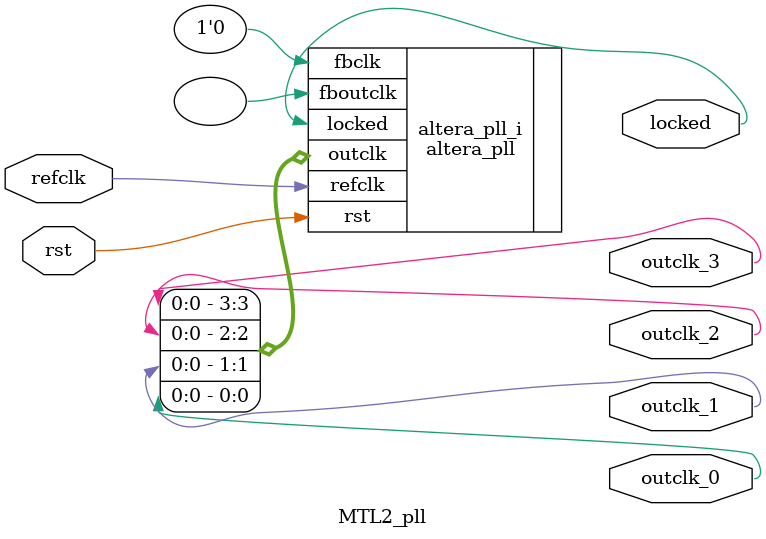
<source format=v>
`timescale 1ns/10ps
module  MTL2_pll(

	// interface 'refclk'
	input wire refclk,

	// interface 'reset'
	input wire rst,

	// interface 'outclk0'
	output wire outclk_0,

	// interface 'outclk1'
	output wire outclk_1,

	// interface 'outclk2'
	output wire outclk_2,

	// interface 'outclk3'
	output wire outclk_3,

	// interface 'locked'
	output wire locked
);

	altera_pll #(
		.fractional_vco_multiplier("false"),
		.reference_clock_frequency("50.0 MHz"),
		.operation_mode("normal"),
		.number_of_clocks(4),
		.output_clock_frequency0("120.000000 MHz"),
		.phase_shift0("0 ps"),
		.duty_cycle0(50),
		.output_clock_frequency1("120.000000 MHz"),
		.phase_shift1("6250 ps"),
		.duty_cycle1(50),
		.output_clock_frequency2("20.000000 MHz"),
		.phase_shift2("0 ps"),
		.duty_cycle2(50),
		.output_clock_frequency3("50.000000 MHz"),
		.phase_shift3("0 ps"),
		.duty_cycle3(50),
		.output_clock_frequency4("0 MHz"),
		.phase_shift4("0 ps"),
		.duty_cycle4(50),
		.output_clock_frequency5("0 MHz"),
		.phase_shift5("0 ps"),
		.duty_cycle5(50),
		.output_clock_frequency6("0 MHz"),
		.phase_shift6("0 ps"),
		.duty_cycle6(50),
		.output_clock_frequency7("0 MHz"),
		.phase_shift7("0 ps"),
		.duty_cycle7(50),
		.output_clock_frequency8("0 MHz"),
		.phase_shift8("0 ps"),
		.duty_cycle8(50),
		.output_clock_frequency9("0 MHz"),
		.phase_shift9("0 ps"),
		.duty_cycle9(50),
		.output_clock_frequency10("0 MHz"),
		.phase_shift10("0 ps"),
		.duty_cycle10(50),
		.output_clock_frequency11("0 MHz"),
		.phase_shift11("0 ps"),
		.duty_cycle11(50),
		.output_clock_frequency12("0 MHz"),
		.phase_shift12("0 ps"),
		.duty_cycle12(50),
		.output_clock_frequency13("0 MHz"),
		.phase_shift13("0 ps"),
		.duty_cycle13(50),
		.output_clock_frequency14("0 MHz"),
		.phase_shift14("0 ps"),
		.duty_cycle14(50),
		.output_clock_frequency15("0 MHz"),
		.phase_shift15("0 ps"),
		.duty_cycle15(50),
		.output_clock_frequency16("0 MHz"),
		.phase_shift16("0 ps"),
		.duty_cycle16(50),
		.output_clock_frequency17("0 MHz"),
		.phase_shift17("0 ps"),
		.duty_cycle17(50),
		.pll_type("General"),
		.pll_subtype("General")
	) altera_pll_i (
		.rst	(rst),
		.outclk	({outclk_3, outclk_2, outclk_1, outclk_0}),
		.locked	(locked),
		.fboutclk	( ),
		.fbclk	(1'b0),
		.refclk	(refclk)
	);
endmodule


</source>
